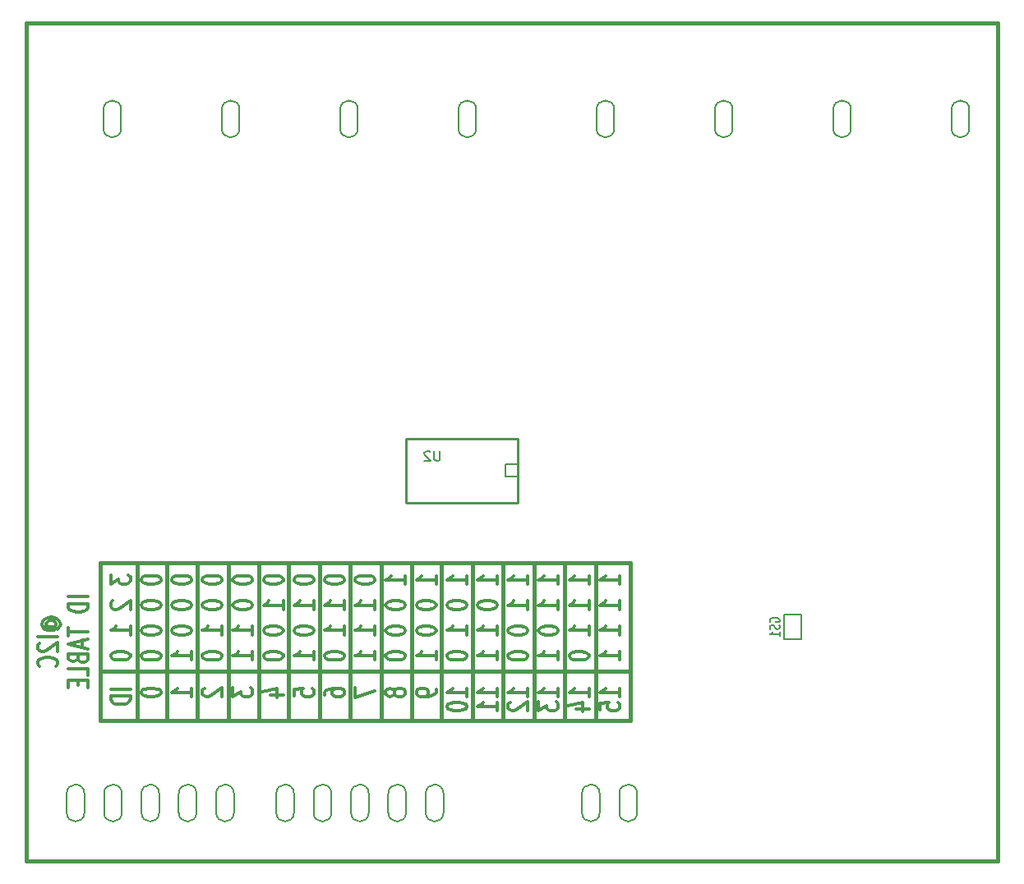
<source format=gbo>
G04 (created by PCBNEW (2013-jul-07)-stable) date ven. 28 nov. 2014 16:46:14 CET*
%MOIN*%
G04 Gerber Fmt 3.4, Leading zero omitted, Abs format*
%FSLAX34Y34*%
G01*
G70*
G90*
G04 APERTURE LIST*
%ADD10C,0.00590551*%
%ADD11C,0.015*%
%ADD12C,0.012*%
%ADD13C,0.01*%
%ADD14C,0.008*%
%ADD15C,0.005*%
G04 APERTURE END LIST*
G54D10*
G54D11*
X74500Y-54300D02*
X96000Y-54300D01*
X89600Y-56300D02*
X89600Y-49950D01*
X76000Y-49900D02*
X76000Y-56300D01*
X77200Y-56300D02*
X77200Y-49900D01*
X78450Y-49900D02*
X78450Y-56300D01*
X79700Y-56300D02*
X79700Y-49900D01*
X80950Y-49900D02*
X80950Y-56300D01*
X82150Y-49900D02*
X82200Y-49900D01*
X82150Y-56300D02*
X82150Y-49900D01*
X83400Y-49900D02*
X83400Y-56300D01*
X84650Y-49950D02*
X84650Y-49900D01*
X84650Y-56300D02*
X84650Y-49950D01*
X85900Y-56300D02*
X85900Y-49900D01*
X87150Y-49900D02*
X87200Y-49900D01*
X87150Y-56300D02*
X87150Y-49900D01*
X88350Y-56300D02*
X88400Y-56300D01*
X88350Y-49900D02*
X88350Y-56300D01*
X90850Y-49950D02*
X90850Y-56300D01*
X92100Y-49900D02*
X92150Y-49900D01*
X92100Y-56300D02*
X92100Y-49900D01*
X93350Y-56300D02*
X93400Y-56300D01*
X93350Y-49900D02*
X93350Y-56300D01*
X93300Y-49900D02*
X93400Y-49900D01*
X94600Y-56300D02*
X94600Y-49900D01*
X96000Y-56300D02*
X95900Y-56300D01*
X96000Y-49900D02*
X96000Y-56300D01*
X74500Y-49900D02*
X96000Y-49900D01*
X74500Y-56300D02*
X74500Y-49900D01*
X95900Y-56300D02*
X74500Y-56300D01*
G54D12*
X72392Y-52500D02*
X72354Y-52471D01*
X72316Y-52414D01*
X72316Y-52357D01*
X72354Y-52300D01*
X72392Y-52271D01*
X72469Y-52242D01*
X72545Y-52242D01*
X72621Y-52271D01*
X72659Y-52300D01*
X72697Y-52357D01*
X72697Y-52414D01*
X72659Y-52471D01*
X72621Y-52500D01*
X72316Y-52500D02*
X72621Y-52500D01*
X72659Y-52528D01*
X72659Y-52557D01*
X72621Y-52614D01*
X72545Y-52642D01*
X72354Y-52642D01*
X72240Y-52585D01*
X72164Y-52500D01*
X72126Y-52385D01*
X72164Y-52271D01*
X72240Y-52185D01*
X72354Y-52128D01*
X72507Y-52100D01*
X72659Y-52128D01*
X72773Y-52185D01*
X72850Y-52271D01*
X72888Y-52385D01*
X72850Y-52500D01*
X72773Y-52585D01*
X72773Y-52900D02*
X71973Y-52900D01*
X72050Y-53157D02*
X72011Y-53185D01*
X71973Y-53242D01*
X71973Y-53385D01*
X72011Y-53442D01*
X72050Y-53471D01*
X72126Y-53500D01*
X72202Y-53500D01*
X72316Y-53471D01*
X72773Y-53128D01*
X72773Y-53500D01*
X72697Y-54100D02*
X72735Y-54071D01*
X72773Y-53985D01*
X72773Y-53928D01*
X72735Y-53842D01*
X72659Y-53785D01*
X72583Y-53757D01*
X72430Y-53728D01*
X72316Y-53728D01*
X72164Y-53757D01*
X72088Y-53785D01*
X72011Y-53842D01*
X71973Y-53928D01*
X71973Y-53985D01*
X72011Y-54071D01*
X72050Y-54100D01*
X74013Y-51271D02*
X73213Y-51271D01*
X74013Y-51557D02*
X73213Y-51557D01*
X73213Y-51700D01*
X73251Y-51785D01*
X73328Y-51842D01*
X73404Y-51871D01*
X73556Y-51900D01*
X73670Y-51900D01*
X73823Y-51871D01*
X73899Y-51842D01*
X73975Y-51785D01*
X74013Y-51700D01*
X74013Y-51557D01*
X73213Y-52528D02*
X73213Y-52871D01*
X74013Y-52700D02*
X73213Y-52700D01*
X73785Y-53042D02*
X73785Y-53328D01*
X74013Y-52985D02*
X73213Y-53185D01*
X74013Y-53385D01*
X73594Y-53785D02*
X73632Y-53871D01*
X73670Y-53900D01*
X73747Y-53928D01*
X73861Y-53928D01*
X73937Y-53900D01*
X73975Y-53871D01*
X74013Y-53814D01*
X74013Y-53585D01*
X73213Y-53585D01*
X73213Y-53785D01*
X73251Y-53842D01*
X73290Y-53871D01*
X73366Y-53900D01*
X73442Y-53900D01*
X73518Y-53871D01*
X73556Y-53842D01*
X73594Y-53785D01*
X73594Y-53585D01*
X74013Y-54471D02*
X74013Y-54185D01*
X73213Y-54185D01*
X73594Y-54671D02*
X73594Y-54871D01*
X74013Y-54957D02*
X74013Y-54671D01*
X73213Y-54671D01*
X73213Y-54957D01*
X74923Y-50385D02*
X74923Y-50757D01*
X75228Y-50557D01*
X75228Y-50642D01*
X75266Y-50700D01*
X75304Y-50728D01*
X75380Y-50757D01*
X75571Y-50757D01*
X75647Y-50728D01*
X75685Y-50700D01*
X75723Y-50642D01*
X75723Y-50471D01*
X75685Y-50414D01*
X75647Y-50385D01*
X75000Y-51442D02*
X74961Y-51471D01*
X74923Y-51528D01*
X74923Y-51671D01*
X74961Y-51728D01*
X75000Y-51757D01*
X75076Y-51785D01*
X75152Y-51785D01*
X75266Y-51757D01*
X75723Y-51414D01*
X75723Y-51785D01*
X75723Y-52814D02*
X75723Y-52471D01*
X75723Y-52642D02*
X74923Y-52642D01*
X75038Y-52585D01*
X75114Y-52528D01*
X75152Y-52471D01*
X74923Y-53642D02*
X74923Y-53700D01*
X74961Y-53757D01*
X75000Y-53785D01*
X75076Y-53814D01*
X75228Y-53842D01*
X75419Y-53842D01*
X75571Y-53814D01*
X75647Y-53785D01*
X75685Y-53757D01*
X75723Y-53700D01*
X75723Y-53642D01*
X75685Y-53585D01*
X75647Y-53557D01*
X75571Y-53528D01*
X75419Y-53500D01*
X75228Y-53500D01*
X75076Y-53528D01*
X75000Y-53557D01*
X74961Y-53585D01*
X74923Y-53642D01*
X75723Y-55014D02*
X74923Y-55014D01*
X75723Y-55300D02*
X74923Y-55300D01*
X74923Y-55442D01*
X74961Y-55528D01*
X75038Y-55585D01*
X75114Y-55614D01*
X75266Y-55642D01*
X75380Y-55642D01*
X75533Y-55614D01*
X75609Y-55585D01*
X75685Y-55528D01*
X75723Y-55442D01*
X75723Y-55300D01*
X76163Y-50557D02*
X76163Y-50614D01*
X76201Y-50671D01*
X76240Y-50700D01*
X76316Y-50728D01*
X76468Y-50757D01*
X76659Y-50757D01*
X76811Y-50728D01*
X76887Y-50700D01*
X76925Y-50671D01*
X76963Y-50614D01*
X76963Y-50557D01*
X76925Y-50500D01*
X76887Y-50471D01*
X76811Y-50442D01*
X76659Y-50414D01*
X76468Y-50414D01*
X76316Y-50442D01*
X76240Y-50471D01*
X76201Y-50500D01*
X76163Y-50557D01*
X76163Y-51585D02*
X76163Y-51642D01*
X76201Y-51700D01*
X76240Y-51728D01*
X76316Y-51757D01*
X76468Y-51785D01*
X76659Y-51785D01*
X76811Y-51757D01*
X76887Y-51728D01*
X76925Y-51700D01*
X76963Y-51642D01*
X76963Y-51585D01*
X76925Y-51528D01*
X76887Y-51500D01*
X76811Y-51471D01*
X76659Y-51442D01*
X76468Y-51442D01*
X76316Y-51471D01*
X76240Y-51500D01*
X76201Y-51528D01*
X76163Y-51585D01*
X76163Y-52614D02*
X76163Y-52671D01*
X76201Y-52728D01*
X76240Y-52757D01*
X76316Y-52785D01*
X76468Y-52814D01*
X76659Y-52814D01*
X76811Y-52785D01*
X76887Y-52757D01*
X76925Y-52728D01*
X76963Y-52671D01*
X76963Y-52614D01*
X76925Y-52557D01*
X76887Y-52528D01*
X76811Y-52500D01*
X76659Y-52471D01*
X76468Y-52471D01*
X76316Y-52500D01*
X76240Y-52528D01*
X76201Y-52557D01*
X76163Y-52614D01*
X76163Y-53642D02*
X76163Y-53700D01*
X76201Y-53757D01*
X76240Y-53785D01*
X76316Y-53814D01*
X76468Y-53842D01*
X76659Y-53842D01*
X76811Y-53814D01*
X76887Y-53785D01*
X76925Y-53757D01*
X76963Y-53700D01*
X76963Y-53642D01*
X76925Y-53585D01*
X76887Y-53557D01*
X76811Y-53528D01*
X76659Y-53500D01*
X76468Y-53500D01*
X76316Y-53528D01*
X76240Y-53557D01*
X76201Y-53585D01*
X76163Y-53642D01*
X76163Y-55128D02*
X76163Y-55185D01*
X76201Y-55242D01*
X76240Y-55271D01*
X76316Y-55300D01*
X76468Y-55328D01*
X76659Y-55328D01*
X76811Y-55300D01*
X76887Y-55271D01*
X76925Y-55242D01*
X76963Y-55185D01*
X76963Y-55128D01*
X76925Y-55071D01*
X76887Y-55042D01*
X76811Y-55014D01*
X76659Y-54985D01*
X76468Y-54985D01*
X76316Y-55014D01*
X76240Y-55042D01*
X76201Y-55071D01*
X76163Y-55128D01*
X77403Y-50557D02*
X77403Y-50614D01*
X77441Y-50671D01*
X77480Y-50700D01*
X77556Y-50728D01*
X77708Y-50757D01*
X77899Y-50757D01*
X78051Y-50728D01*
X78127Y-50700D01*
X78165Y-50671D01*
X78203Y-50614D01*
X78203Y-50557D01*
X78165Y-50500D01*
X78127Y-50471D01*
X78051Y-50442D01*
X77899Y-50414D01*
X77708Y-50414D01*
X77556Y-50442D01*
X77480Y-50471D01*
X77441Y-50500D01*
X77403Y-50557D01*
X77403Y-51585D02*
X77403Y-51642D01*
X77441Y-51700D01*
X77480Y-51728D01*
X77556Y-51757D01*
X77708Y-51785D01*
X77899Y-51785D01*
X78051Y-51757D01*
X78127Y-51728D01*
X78165Y-51700D01*
X78203Y-51642D01*
X78203Y-51585D01*
X78165Y-51528D01*
X78127Y-51500D01*
X78051Y-51471D01*
X77899Y-51442D01*
X77708Y-51442D01*
X77556Y-51471D01*
X77480Y-51500D01*
X77441Y-51528D01*
X77403Y-51585D01*
X77403Y-52614D02*
X77403Y-52671D01*
X77441Y-52728D01*
X77480Y-52757D01*
X77556Y-52785D01*
X77708Y-52814D01*
X77899Y-52814D01*
X78051Y-52785D01*
X78127Y-52757D01*
X78165Y-52728D01*
X78203Y-52671D01*
X78203Y-52614D01*
X78165Y-52557D01*
X78127Y-52528D01*
X78051Y-52500D01*
X77899Y-52471D01*
X77708Y-52471D01*
X77556Y-52500D01*
X77480Y-52528D01*
X77441Y-52557D01*
X77403Y-52614D01*
X78203Y-53842D02*
X78203Y-53500D01*
X78203Y-53671D02*
X77403Y-53671D01*
X77518Y-53614D01*
X77594Y-53557D01*
X77632Y-53500D01*
X78203Y-55328D02*
X78203Y-54985D01*
X78203Y-55157D02*
X77403Y-55157D01*
X77518Y-55100D01*
X77594Y-55042D01*
X77632Y-54985D01*
X78643Y-50557D02*
X78643Y-50614D01*
X78681Y-50671D01*
X78720Y-50700D01*
X78796Y-50728D01*
X78948Y-50757D01*
X79139Y-50757D01*
X79291Y-50728D01*
X79367Y-50700D01*
X79405Y-50671D01*
X79443Y-50614D01*
X79443Y-50557D01*
X79405Y-50500D01*
X79367Y-50471D01*
X79291Y-50442D01*
X79139Y-50414D01*
X78948Y-50414D01*
X78796Y-50442D01*
X78720Y-50471D01*
X78681Y-50500D01*
X78643Y-50557D01*
X78643Y-51585D02*
X78643Y-51642D01*
X78681Y-51700D01*
X78720Y-51728D01*
X78796Y-51757D01*
X78948Y-51785D01*
X79139Y-51785D01*
X79291Y-51757D01*
X79367Y-51728D01*
X79405Y-51700D01*
X79443Y-51642D01*
X79443Y-51585D01*
X79405Y-51528D01*
X79367Y-51500D01*
X79291Y-51471D01*
X79139Y-51442D01*
X78948Y-51442D01*
X78796Y-51471D01*
X78720Y-51500D01*
X78681Y-51528D01*
X78643Y-51585D01*
X79443Y-52814D02*
X79443Y-52471D01*
X79443Y-52642D02*
X78643Y-52642D01*
X78758Y-52585D01*
X78834Y-52528D01*
X78872Y-52471D01*
X78643Y-53642D02*
X78643Y-53700D01*
X78681Y-53757D01*
X78720Y-53785D01*
X78796Y-53814D01*
X78948Y-53842D01*
X79139Y-53842D01*
X79291Y-53814D01*
X79367Y-53785D01*
X79405Y-53757D01*
X79443Y-53700D01*
X79443Y-53642D01*
X79405Y-53585D01*
X79367Y-53557D01*
X79291Y-53528D01*
X79139Y-53500D01*
X78948Y-53500D01*
X78796Y-53528D01*
X78720Y-53557D01*
X78681Y-53585D01*
X78643Y-53642D01*
X78720Y-54985D02*
X78681Y-55014D01*
X78643Y-55071D01*
X78643Y-55214D01*
X78681Y-55271D01*
X78720Y-55300D01*
X78796Y-55328D01*
X78872Y-55328D01*
X78986Y-55300D01*
X79443Y-54957D01*
X79443Y-55328D01*
X79883Y-50557D02*
X79883Y-50614D01*
X79921Y-50671D01*
X79960Y-50700D01*
X80036Y-50728D01*
X80188Y-50757D01*
X80379Y-50757D01*
X80531Y-50728D01*
X80607Y-50700D01*
X80645Y-50671D01*
X80683Y-50614D01*
X80683Y-50557D01*
X80645Y-50500D01*
X80607Y-50471D01*
X80531Y-50442D01*
X80379Y-50414D01*
X80188Y-50414D01*
X80036Y-50442D01*
X79960Y-50471D01*
X79921Y-50500D01*
X79883Y-50557D01*
X79883Y-51585D02*
X79883Y-51642D01*
X79921Y-51700D01*
X79960Y-51728D01*
X80036Y-51757D01*
X80188Y-51785D01*
X80379Y-51785D01*
X80531Y-51757D01*
X80607Y-51728D01*
X80645Y-51700D01*
X80683Y-51642D01*
X80683Y-51585D01*
X80645Y-51528D01*
X80607Y-51500D01*
X80531Y-51471D01*
X80379Y-51442D01*
X80188Y-51442D01*
X80036Y-51471D01*
X79960Y-51500D01*
X79921Y-51528D01*
X79883Y-51585D01*
X80683Y-52814D02*
X80683Y-52471D01*
X80683Y-52642D02*
X79883Y-52642D01*
X79998Y-52585D01*
X80074Y-52528D01*
X80112Y-52471D01*
X80683Y-53842D02*
X80683Y-53500D01*
X80683Y-53671D02*
X79883Y-53671D01*
X79998Y-53614D01*
X80074Y-53557D01*
X80112Y-53500D01*
X79883Y-54957D02*
X79883Y-55328D01*
X80188Y-55128D01*
X80188Y-55214D01*
X80226Y-55271D01*
X80264Y-55300D01*
X80340Y-55328D01*
X80531Y-55328D01*
X80607Y-55300D01*
X80645Y-55271D01*
X80683Y-55214D01*
X80683Y-55042D01*
X80645Y-54985D01*
X80607Y-54957D01*
X81123Y-50557D02*
X81123Y-50614D01*
X81161Y-50671D01*
X81200Y-50700D01*
X81276Y-50728D01*
X81428Y-50757D01*
X81619Y-50757D01*
X81771Y-50728D01*
X81847Y-50700D01*
X81885Y-50671D01*
X81923Y-50614D01*
X81923Y-50557D01*
X81885Y-50500D01*
X81847Y-50471D01*
X81771Y-50442D01*
X81619Y-50414D01*
X81428Y-50414D01*
X81276Y-50442D01*
X81200Y-50471D01*
X81161Y-50500D01*
X81123Y-50557D01*
X81923Y-51785D02*
X81923Y-51442D01*
X81923Y-51614D02*
X81123Y-51614D01*
X81238Y-51557D01*
X81314Y-51500D01*
X81352Y-51442D01*
X81123Y-52614D02*
X81123Y-52671D01*
X81161Y-52728D01*
X81200Y-52757D01*
X81276Y-52785D01*
X81428Y-52814D01*
X81619Y-52814D01*
X81771Y-52785D01*
X81847Y-52757D01*
X81885Y-52728D01*
X81923Y-52671D01*
X81923Y-52614D01*
X81885Y-52557D01*
X81847Y-52528D01*
X81771Y-52500D01*
X81619Y-52471D01*
X81428Y-52471D01*
X81276Y-52500D01*
X81200Y-52528D01*
X81161Y-52557D01*
X81123Y-52614D01*
X81123Y-53642D02*
X81123Y-53700D01*
X81161Y-53757D01*
X81200Y-53785D01*
X81276Y-53814D01*
X81428Y-53842D01*
X81619Y-53842D01*
X81771Y-53814D01*
X81847Y-53785D01*
X81885Y-53757D01*
X81923Y-53700D01*
X81923Y-53642D01*
X81885Y-53585D01*
X81847Y-53557D01*
X81771Y-53528D01*
X81619Y-53500D01*
X81428Y-53500D01*
X81276Y-53528D01*
X81200Y-53557D01*
X81161Y-53585D01*
X81123Y-53642D01*
X81390Y-55271D02*
X81923Y-55271D01*
X81085Y-55128D02*
X81657Y-54985D01*
X81657Y-55357D01*
X82363Y-50557D02*
X82363Y-50614D01*
X82401Y-50671D01*
X82440Y-50700D01*
X82516Y-50728D01*
X82668Y-50757D01*
X82859Y-50757D01*
X83011Y-50728D01*
X83087Y-50700D01*
X83125Y-50671D01*
X83163Y-50614D01*
X83163Y-50557D01*
X83125Y-50500D01*
X83087Y-50471D01*
X83011Y-50442D01*
X82859Y-50414D01*
X82668Y-50414D01*
X82516Y-50442D01*
X82440Y-50471D01*
X82401Y-50500D01*
X82363Y-50557D01*
X83163Y-51785D02*
X83163Y-51442D01*
X83163Y-51614D02*
X82363Y-51614D01*
X82478Y-51557D01*
X82554Y-51500D01*
X82592Y-51442D01*
X82363Y-52614D02*
X82363Y-52671D01*
X82401Y-52728D01*
X82440Y-52757D01*
X82516Y-52785D01*
X82668Y-52814D01*
X82859Y-52814D01*
X83011Y-52785D01*
X83087Y-52757D01*
X83125Y-52728D01*
X83163Y-52671D01*
X83163Y-52614D01*
X83125Y-52557D01*
X83087Y-52528D01*
X83011Y-52500D01*
X82859Y-52471D01*
X82668Y-52471D01*
X82516Y-52500D01*
X82440Y-52528D01*
X82401Y-52557D01*
X82363Y-52614D01*
X83163Y-53842D02*
X83163Y-53500D01*
X83163Y-53671D02*
X82363Y-53671D01*
X82478Y-53614D01*
X82554Y-53557D01*
X82592Y-53500D01*
X82363Y-55300D02*
X82363Y-55014D01*
X82744Y-54985D01*
X82706Y-55014D01*
X82668Y-55071D01*
X82668Y-55214D01*
X82706Y-55271D01*
X82744Y-55300D01*
X82820Y-55328D01*
X83011Y-55328D01*
X83087Y-55300D01*
X83125Y-55271D01*
X83163Y-55214D01*
X83163Y-55071D01*
X83125Y-55014D01*
X83087Y-54985D01*
X83603Y-50557D02*
X83603Y-50614D01*
X83641Y-50671D01*
X83680Y-50700D01*
X83756Y-50728D01*
X83908Y-50757D01*
X84099Y-50757D01*
X84251Y-50728D01*
X84327Y-50700D01*
X84365Y-50671D01*
X84403Y-50614D01*
X84403Y-50557D01*
X84365Y-50500D01*
X84327Y-50471D01*
X84251Y-50442D01*
X84099Y-50414D01*
X83908Y-50414D01*
X83756Y-50442D01*
X83680Y-50471D01*
X83641Y-50500D01*
X83603Y-50557D01*
X84403Y-51785D02*
X84403Y-51442D01*
X84403Y-51614D02*
X83603Y-51614D01*
X83718Y-51557D01*
X83794Y-51500D01*
X83832Y-51442D01*
X84403Y-52814D02*
X84403Y-52471D01*
X84403Y-52642D02*
X83603Y-52642D01*
X83718Y-52585D01*
X83794Y-52528D01*
X83832Y-52471D01*
X83603Y-53642D02*
X83603Y-53700D01*
X83641Y-53757D01*
X83680Y-53785D01*
X83756Y-53814D01*
X83908Y-53842D01*
X84099Y-53842D01*
X84251Y-53814D01*
X84327Y-53785D01*
X84365Y-53757D01*
X84403Y-53700D01*
X84403Y-53642D01*
X84365Y-53585D01*
X84327Y-53557D01*
X84251Y-53528D01*
X84099Y-53500D01*
X83908Y-53500D01*
X83756Y-53528D01*
X83680Y-53557D01*
X83641Y-53585D01*
X83603Y-53642D01*
X83603Y-55271D02*
X83603Y-55157D01*
X83641Y-55100D01*
X83680Y-55071D01*
X83794Y-55014D01*
X83946Y-54985D01*
X84251Y-54985D01*
X84327Y-55014D01*
X84365Y-55042D01*
X84403Y-55100D01*
X84403Y-55214D01*
X84365Y-55271D01*
X84327Y-55300D01*
X84251Y-55328D01*
X84060Y-55328D01*
X83984Y-55300D01*
X83946Y-55271D01*
X83908Y-55214D01*
X83908Y-55100D01*
X83946Y-55042D01*
X83984Y-55014D01*
X84060Y-54985D01*
X84843Y-50557D02*
X84843Y-50614D01*
X84881Y-50671D01*
X84920Y-50700D01*
X84996Y-50728D01*
X85148Y-50757D01*
X85339Y-50757D01*
X85491Y-50728D01*
X85567Y-50700D01*
X85605Y-50671D01*
X85643Y-50614D01*
X85643Y-50557D01*
X85605Y-50500D01*
X85567Y-50471D01*
X85491Y-50442D01*
X85339Y-50414D01*
X85148Y-50414D01*
X84996Y-50442D01*
X84920Y-50471D01*
X84881Y-50500D01*
X84843Y-50557D01*
X85643Y-51785D02*
X85643Y-51442D01*
X85643Y-51614D02*
X84843Y-51614D01*
X84958Y-51557D01*
X85034Y-51500D01*
X85072Y-51442D01*
X85643Y-52814D02*
X85643Y-52471D01*
X85643Y-52642D02*
X84843Y-52642D01*
X84958Y-52585D01*
X85034Y-52528D01*
X85072Y-52471D01*
X85643Y-53842D02*
X85643Y-53500D01*
X85643Y-53671D02*
X84843Y-53671D01*
X84958Y-53614D01*
X85034Y-53557D01*
X85072Y-53500D01*
X84843Y-54957D02*
X84843Y-55357D01*
X85643Y-55100D01*
X86883Y-50757D02*
X86883Y-50414D01*
X86883Y-50585D02*
X86083Y-50585D01*
X86198Y-50528D01*
X86274Y-50471D01*
X86312Y-50414D01*
X86083Y-51585D02*
X86083Y-51642D01*
X86121Y-51700D01*
X86160Y-51728D01*
X86236Y-51757D01*
X86388Y-51785D01*
X86579Y-51785D01*
X86731Y-51757D01*
X86807Y-51728D01*
X86845Y-51700D01*
X86883Y-51642D01*
X86883Y-51585D01*
X86845Y-51528D01*
X86807Y-51500D01*
X86731Y-51471D01*
X86579Y-51442D01*
X86388Y-51442D01*
X86236Y-51471D01*
X86160Y-51500D01*
X86121Y-51528D01*
X86083Y-51585D01*
X86083Y-52614D02*
X86083Y-52671D01*
X86121Y-52728D01*
X86160Y-52757D01*
X86236Y-52785D01*
X86388Y-52814D01*
X86579Y-52814D01*
X86731Y-52785D01*
X86807Y-52757D01*
X86845Y-52728D01*
X86883Y-52671D01*
X86883Y-52614D01*
X86845Y-52557D01*
X86807Y-52528D01*
X86731Y-52500D01*
X86579Y-52471D01*
X86388Y-52471D01*
X86236Y-52500D01*
X86160Y-52528D01*
X86121Y-52557D01*
X86083Y-52614D01*
X86083Y-53642D02*
X86083Y-53700D01*
X86121Y-53757D01*
X86160Y-53785D01*
X86236Y-53814D01*
X86388Y-53842D01*
X86579Y-53842D01*
X86731Y-53814D01*
X86807Y-53785D01*
X86845Y-53757D01*
X86883Y-53700D01*
X86883Y-53642D01*
X86845Y-53585D01*
X86807Y-53557D01*
X86731Y-53528D01*
X86579Y-53500D01*
X86388Y-53500D01*
X86236Y-53528D01*
X86160Y-53557D01*
X86121Y-53585D01*
X86083Y-53642D01*
X86426Y-55100D02*
X86388Y-55042D01*
X86350Y-55014D01*
X86274Y-54985D01*
X86236Y-54985D01*
X86160Y-55014D01*
X86121Y-55042D01*
X86083Y-55100D01*
X86083Y-55214D01*
X86121Y-55271D01*
X86160Y-55300D01*
X86236Y-55328D01*
X86274Y-55328D01*
X86350Y-55300D01*
X86388Y-55271D01*
X86426Y-55214D01*
X86426Y-55100D01*
X86464Y-55042D01*
X86502Y-55014D01*
X86579Y-54985D01*
X86731Y-54985D01*
X86807Y-55014D01*
X86845Y-55042D01*
X86883Y-55100D01*
X86883Y-55214D01*
X86845Y-55271D01*
X86807Y-55300D01*
X86731Y-55328D01*
X86579Y-55328D01*
X86502Y-55300D01*
X86464Y-55271D01*
X86426Y-55214D01*
X88123Y-50757D02*
X88123Y-50414D01*
X88123Y-50585D02*
X87323Y-50585D01*
X87438Y-50528D01*
X87514Y-50471D01*
X87552Y-50414D01*
X87323Y-51585D02*
X87323Y-51642D01*
X87361Y-51700D01*
X87400Y-51728D01*
X87476Y-51757D01*
X87628Y-51785D01*
X87819Y-51785D01*
X87971Y-51757D01*
X88047Y-51728D01*
X88085Y-51700D01*
X88123Y-51642D01*
X88123Y-51585D01*
X88085Y-51528D01*
X88047Y-51500D01*
X87971Y-51471D01*
X87819Y-51442D01*
X87628Y-51442D01*
X87476Y-51471D01*
X87400Y-51500D01*
X87361Y-51528D01*
X87323Y-51585D01*
X87323Y-52614D02*
X87323Y-52671D01*
X87361Y-52728D01*
X87400Y-52757D01*
X87476Y-52785D01*
X87628Y-52814D01*
X87819Y-52814D01*
X87971Y-52785D01*
X88047Y-52757D01*
X88085Y-52728D01*
X88123Y-52671D01*
X88123Y-52614D01*
X88085Y-52557D01*
X88047Y-52528D01*
X87971Y-52500D01*
X87819Y-52471D01*
X87628Y-52471D01*
X87476Y-52500D01*
X87400Y-52528D01*
X87361Y-52557D01*
X87323Y-52614D01*
X88123Y-53842D02*
X88123Y-53500D01*
X88123Y-53671D02*
X87323Y-53671D01*
X87438Y-53614D01*
X87514Y-53557D01*
X87552Y-53500D01*
X88123Y-55042D02*
X88123Y-55157D01*
X88085Y-55214D01*
X88047Y-55242D01*
X87933Y-55300D01*
X87780Y-55328D01*
X87476Y-55328D01*
X87400Y-55300D01*
X87361Y-55271D01*
X87323Y-55214D01*
X87323Y-55100D01*
X87361Y-55042D01*
X87400Y-55014D01*
X87476Y-54985D01*
X87666Y-54985D01*
X87742Y-55014D01*
X87780Y-55042D01*
X87819Y-55100D01*
X87819Y-55214D01*
X87780Y-55271D01*
X87742Y-55300D01*
X87666Y-55328D01*
X89363Y-50757D02*
X89363Y-50414D01*
X89363Y-50585D02*
X88563Y-50585D01*
X88678Y-50528D01*
X88754Y-50471D01*
X88792Y-50414D01*
X88563Y-51585D02*
X88563Y-51642D01*
X88601Y-51700D01*
X88640Y-51728D01*
X88716Y-51757D01*
X88868Y-51785D01*
X89059Y-51785D01*
X89211Y-51757D01*
X89287Y-51728D01*
X89325Y-51700D01*
X89363Y-51642D01*
X89363Y-51585D01*
X89325Y-51528D01*
X89287Y-51500D01*
X89211Y-51471D01*
X89059Y-51442D01*
X88868Y-51442D01*
X88716Y-51471D01*
X88640Y-51500D01*
X88601Y-51528D01*
X88563Y-51585D01*
X89363Y-52814D02*
X89363Y-52471D01*
X89363Y-52642D02*
X88563Y-52642D01*
X88678Y-52585D01*
X88754Y-52528D01*
X88792Y-52471D01*
X88563Y-53642D02*
X88563Y-53700D01*
X88601Y-53757D01*
X88640Y-53785D01*
X88716Y-53814D01*
X88868Y-53842D01*
X89059Y-53842D01*
X89211Y-53814D01*
X89287Y-53785D01*
X89325Y-53757D01*
X89363Y-53700D01*
X89363Y-53642D01*
X89325Y-53585D01*
X89287Y-53557D01*
X89211Y-53528D01*
X89059Y-53500D01*
X88868Y-53500D01*
X88716Y-53528D01*
X88640Y-53557D01*
X88601Y-53585D01*
X88563Y-53642D01*
X89363Y-55328D02*
X89363Y-54985D01*
X89363Y-55157D02*
X88563Y-55157D01*
X88678Y-55100D01*
X88754Y-55042D01*
X88792Y-54985D01*
X88563Y-55700D02*
X88563Y-55757D01*
X88601Y-55814D01*
X88640Y-55842D01*
X88716Y-55871D01*
X88868Y-55900D01*
X89059Y-55900D01*
X89211Y-55871D01*
X89287Y-55842D01*
X89325Y-55814D01*
X89363Y-55757D01*
X89363Y-55700D01*
X89325Y-55642D01*
X89287Y-55614D01*
X89211Y-55585D01*
X89059Y-55557D01*
X88868Y-55557D01*
X88716Y-55585D01*
X88640Y-55614D01*
X88601Y-55642D01*
X88563Y-55700D01*
X90603Y-50757D02*
X90603Y-50414D01*
X90603Y-50585D02*
X89803Y-50585D01*
X89918Y-50528D01*
X89994Y-50471D01*
X90032Y-50414D01*
X89803Y-51585D02*
X89803Y-51642D01*
X89841Y-51700D01*
X89880Y-51728D01*
X89956Y-51757D01*
X90108Y-51785D01*
X90299Y-51785D01*
X90451Y-51757D01*
X90527Y-51728D01*
X90565Y-51700D01*
X90603Y-51642D01*
X90603Y-51585D01*
X90565Y-51528D01*
X90527Y-51500D01*
X90451Y-51471D01*
X90299Y-51442D01*
X90108Y-51442D01*
X89956Y-51471D01*
X89880Y-51500D01*
X89841Y-51528D01*
X89803Y-51585D01*
X90603Y-52814D02*
X90603Y-52471D01*
X90603Y-52642D02*
X89803Y-52642D01*
X89918Y-52585D01*
X89994Y-52528D01*
X90032Y-52471D01*
X90603Y-53842D02*
X90603Y-53500D01*
X90603Y-53671D02*
X89803Y-53671D01*
X89918Y-53614D01*
X89994Y-53557D01*
X90032Y-53500D01*
X90603Y-55328D02*
X90603Y-54985D01*
X90603Y-55157D02*
X89803Y-55157D01*
X89918Y-55100D01*
X89994Y-55042D01*
X90032Y-54985D01*
X90603Y-55900D02*
X90603Y-55557D01*
X90603Y-55728D02*
X89803Y-55728D01*
X89918Y-55671D01*
X89994Y-55614D01*
X90032Y-55557D01*
X91843Y-50757D02*
X91843Y-50414D01*
X91843Y-50585D02*
X91043Y-50585D01*
X91158Y-50528D01*
X91234Y-50471D01*
X91272Y-50414D01*
X91843Y-51785D02*
X91843Y-51442D01*
X91843Y-51614D02*
X91043Y-51614D01*
X91158Y-51557D01*
X91234Y-51500D01*
X91272Y-51442D01*
X91043Y-52614D02*
X91043Y-52671D01*
X91081Y-52728D01*
X91120Y-52757D01*
X91196Y-52785D01*
X91348Y-52814D01*
X91539Y-52814D01*
X91691Y-52785D01*
X91767Y-52757D01*
X91805Y-52728D01*
X91843Y-52671D01*
X91843Y-52614D01*
X91805Y-52557D01*
X91767Y-52528D01*
X91691Y-52500D01*
X91539Y-52471D01*
X91348Y-52471D01*
X91196Y-52500D01*
X91120Y-52528D01*
X91081Y-52557D01*
X91043Y-52614D01*
X91043Y-53642D02*
X91043Y-53700D01*
X91081Y-53757D01*
X91120Y-53785D01*
X91196Y-53814D01*
X91348Y-53842D01*
X91539Y-53842D01*
X91691Y-53814D01*
X91767Y-53785D01*
X91805Y-53757D01*
X91843Y-53700D01*
X91843Y-53642D01*
X91805Y-53585D01*
X91767Y-53557D01*
X91691Y-53528D01*
X91539Y-53500D01*
X91348Y-53500D01*
X91196Y-53528D01*
X91120Y-53557D01*
X91081Y-53585D01*
X91043Y-53642D01*
X91843Y-55328D02*
X91843Y-54985D01*
X91843Y-55157D02*
X91043Y-55157D01*
X91158Y-55100D01*
X91234Y-55042D01*
X91272Y-54985D01*
X91120Y-55557D02*
X91081Y-55585D01*
X91043Y-55642D01*
X91043Y-55785D01*
X91081Y-55842D01*
X91120Y-55871D01*
X91196Y-55900D01*
X91272Y-55900D01*
X91386Y-55871D01*
X91843Y-55528D01*
X91843Y-55900D01*
X93083Y-50757D02*
X93083Y-50414D01*
X93083Y-50585D02*
X92283Y-50585D01*
X92398Y-50528D01*
X92474Y-50471D01*
X92512Y-50414D01*
X93083Y-51785D02*
X93083Y-51442D01*
X93083Y-51614D02*
X92283Y-51614D01*
X92398Y-51557D01*
X92474Y-51500D01*
X92512Y-51442D01*
X92283Y-52614D02*
X92283Y-52671D01*
X92321Y-52728D01*
X92360Y-52757D01*
X92436Y-52785D01*
X92588Y-52814D01*
X92779Y-52814D01*
X92931Y-52785D01*
X93007Y-52757D01*
X93045Y-52728D01*
X93083Y-52671D01*
X93083Y-52614D01*
X93045Y-52557D01*
X93007Y-52528D01*
X92931Y-52500D01*
X92779Y-52471D01*
X92588Y-52471D01*
X92436Y-52500D01*
X92360Y-52528D01*
X92321Y-52557D01*
X92283Y-52614D01*
X93083Y-53842D02*
X93083Y-53500D01*
X93083Y-53671D02*
X92283Y-53671D01*
X92398Y-53614D01*
X92474Y-53557D01*
X92512Y-53500D01*
X93083Y-55328D02*
X93083Y-54985D01*
X93083Y-55157D02*
X92283Y-55157D01*
X92398Y-55100D01*
X92474Y-55042D01*
X92512Y-54985D01*
X92283Y-55528D02*
X92283Y-55900D01*
X92588Y-55700D01*
X92588Y-55785D01*
X92626Y-55842D01*
X92664Y-55871D01*
X92740Y-55900D01*
X92931Y-55900D01*
X93007Y-55871D01*
X93045Y-55842D01*
X93083Y-55785D01*
X93083Y-55614D01*
X93045Y-55557D01*
X93007Y-55528D01*
X94323Y-50757D02*
X94323Y-50414D01*
X94323Y-50585D02*
X93523Y-50585D01*
X93638Y-50528D01*
X93714Y-50471D01*
X93752Y-50414D01*
X94323Y-51785D02*
X94323Y-51442D01*
X94323Y-51614D02*
X93523Y-51614D01*
X93638Y-51557D01*
X93714Y-51500D01*
X93752Y-51442D01*
X94323Y-52814D02*
X94323Y-52471D01*
X94323Y-52642D02*
X93523Y-52642D01*
X93638Y-52585D01*
X93714Y-52528D01*
X93752Y-52471D01*
X93523Y-53642D02*
X93523Y-53700D01*
X93561Y-53757D01*
X93600Y-53785D01*
X93676Y-53814D01*
X93828Y-53842D01*
X94019Y-53842D01*
X94171Y-53814D01*
X94247Y-53785D01*
X94285Y-53757D01*
X94323Y-53700D01*
X94323Y-53642D01*
X94285Y-53585D01*
X94247Y-53557D01*
X94171Y-53528D01*
X94019Y-53500D01*
X93828Y-53500D01*
X93676Y-53528D01*
X93600Y-53557D01*
X93561Y-53585D01*
X93523Y-53642D01*
X94323Y-55328D02*
X94323Y-54985D01*
X94323Y-55157D02*
X93523Y-55157D01*
X93638Y-55100D01*
X93714Y-55042D01*
X93752Y-54985D01*
X93790Y-55842D02*
X94323Y-55842D01*
X93485Y-55700D02*
X94057Y-55557D01*
X94057Y-55928D01*
X95563Y-50757D02*
X95563Y-50414D01*
X95563Y-50585D02*
X94763Y-50585D01*
X94878Y-50528D01*
X94954Y-50471D01*
X94992Y-50414D01*
X95563Y-51785D02*
X95563Y-51442D01*
X95563Y-51614D02*
X94763Y-51614D01*
X94878Y-51557D01*
X94954Y-51500D01*
X94992Y-51442D01*
X95563Y-52814D02*
X95563Y-52471D01*
X95563Y-52642D02*
X94763Y-52642D01*
X94878Y-52585D01*
X94954Y-52528D01*
X94992Y-52471D01*
X95563Y-53842D02*
X95563Y-53500D01*
X95563Y-53671D02*
X94763Y-53671D01*
X94878Y-53614D01*
X94954Y-53557D01*
X94992Y-53500D01*
X95563Y-55328D02*
X95563Y-54985D01*
X95563Y-55157D02*
X94763Y-55157D01*
X94878Y-55100D01*
X94954Y-55042D01*
X94992Y-54985D01*
X94763Y-55871D02*
X94763Y-55585D01*
X95144Y-55557D01*
X95106Y-55585D01*
X95068Y-55642D01*
X95068Y-55785D01*
X95106Y-55842D01*
X95144Y-55871D01*
X95220Y-55900D01*
X95411Y-55900D01*
X95487Y-55871D01*
X95525Y-55842D01*
X95563Y-55785D01*
X95563Y-55642D01*
X95525Y-55585D01*
X95487Y-55557D01*
G54D11*
X71500Y-62000D02*
X110900Y-62000D01*
X71500Y-28000D02*
X110900Y-28000D01*
X110900Y-28000D02*
X110800Y-28000D01*
X110900Y-62000D02*
X110900Y-28000D01*
X71500Y-62000D02*
X71500Y-28000D01*
G54D13*
X91450Y-44850D02*
X91450Y-45100D01*
X91450Y-47250D02*
X91450Y-47450D01*
X91450Y-47450D02*
X86900Y-47450D01*
X86900Y-47450D02*
X86900Y-47250D01*
X91450Y-44850D02*
X86900Y-44850D01*
X86900Y-44850D02*
X86900Y-45100D01*
X86900Y-45050D02*
X86900Y-47250D01*
X91450Y-45050D02*
X91450Y-47250D01*
G54D14*
X91450Y-45900D02*
X90950Y-45900D01*
X90950Y-45900D02*
X90950Y-46400D01*
X90950Y-46400D02*
X91450Y-46400D01*
G54D15*
X102950Y-52000D02*
X102950Y-53000D01*
X102250Y-53000D02*
X102250Y-52000D01*
X102250Y-53000D02*
X102950Y-53000D01*
X102950Y-52000D02*
X102250Y-52000D01*
G54D10*
X81639Y-59255D02*
X81639Y-60035D01*
X82360Y-59255D02*
X82360Y-60035D01*
X81639Y-60035D02*
G75*
G03X82360Y-60035I360J0D01*
G74*
G01*
X82360Y-59255D02*
G75*
G03X81639Y-59255I-360J0D01*
G74*
G01*
X83155Y-59255D02*
X83155Y-60035D01*
X83876Y-59255D02*
X83876Y-60035D01*
X83155Y-60035D02*
G75*
G03X83876Y-60035I360J0D01*
G74*
G01*
X83876Y-59255D02*
G75*
G03X83155Y-59255I-360J0D01*
G74*
G01*
X84671Y-59255D02*
X84671Y-60035D01*
X85391Y-59255D02*
X85391Y-60035D01*
X84671Y-60035D02*
G75*
G03X85391Y-60035I360J0D01*
G74*
G01*
X85391Y-59255D02*
G75*
G03X84671Y-59255I-360J0D01*
G74*
G01*
X86186Y-59255D02*
X86186Y-60035D01*
X86907Y-59255D02*
X86907Y-60035D01*
X86186Y-60035D02*
G75*
G03X86907Y-60035I360J0D01*
G74*
G01*
X86907Y-59255D02*
G75*
G03X86186Y-59255I-360J0D01*
G74*
G01*
X87702Y-59255D02*
X87702Y-60035D01*
X88423Y-59255D02*
X88423Y-60035D01*
X87702Y-60035D02*
G75*
G03X88423Y-60035I360J0D01*
G74*
G01*
X88423Y-59255D02*
G75*
G03X87702Y-59255I-360J0D01*
G74*
G01*
X73139Y-59255D02*
X73139Y-60035D01*
X73860Y-59255D02*
X73860Y-60035D01*
X73139Y-60035D02*
G75*
G03X73860Y-60035I360J0D01*
G74*
G01*
X73860Y-59255D02*
G75*
G03X73139Y-59255I-360J0D01*
G74*
G01*
X74655Y-59255D02*
X74655Y-60035D01*
X75376Y-59255D02*
X75376Y-60035D01*
X74655Y-60035D02*
G75*
G03X75376Y-60035I360J0D01*
G74*
G01*
X75376Y-59255D02*
G75*
G03X74655Y-59255I-360J0D01*
G74*
G01*
X76171Y-59255D02*
X76171Y-60035D01*
X76891Y-59255D02*
X76891Y-60035D01*
X76171Y-60035D02*
G75*
G03X76891Y-60035I360J0D01*
G74*
G01*
X76891Y-59255D02*
G75*
G03X76171Y-59255I-360J0D01*
G74*
G01*
X77686Y-59255D02*
X77686Y-60035D01*
X78407Y-59255D02*
X78407Y-60035D01*
X77686Y-60035D02*
G75*
G03X78407Y-60035I360J0D01*
G74*
G01*
X78407Y-59255D02*
G75*
G03X77686Y-59255I-360J0D01*
G74*
G01*
X79202Y-59255D02*
X79202Y-60035D01*
X79923Y-59255D02*
X79923Y-60035D01*
X79202Y-60035D02*
G75*
G03X79923Y-60035I360J0D01*
G74*
G01*
X79923Y-59255D02*
G75*
G03X79202Y-59255I-360J0D01*
G74*
G01*
X94039Y-59255D02*
X94039Y-60035D01*
X94760Y-59255D02*
X94760Y-60035D01*
X94039Y-60035D02*
G75*
G03X94760Y-60035I360J0D01*
G74*
G01*
X94760Y-59255D02*
G75*
G03X94039Y-59255I-360J0D01*
G74*
G01*
X95555Y-59255D02*
X95555Y-60035D01*
X96276Y-59255D02*
X96276Y-60035D01*
X95555Y-60035D02*
G75*
G03X96276Y-60035I360J0D01*
G74*
G01*
X96276Y-59255D02*
G75*
G03X95555Y-59255I-360J0D01*
G74*
G01*
X75350Y-32279D02*
X75350Y-31499D01*
X74629Y-32279D02*
X74629Y-31499D01*
X75350Y-31499D02*
G75*
G03X74629Y-31499I-360J0D01*
G74*
G01*
X74629Y-32279D02*
G75*
G03X75350Y-32279I360J0D01*
G74*
G01*
X80150Y-32279D02*
X80150Y-31499D01*
X79429Y-32279D02*
X79429Y-31499D01*
X80150Y-31499D02*
G75*
G03X79429Y-31499I-360J0D01*
G74*
G01*
X79429Y-32279D02*
G75*
G03X80150Y-32279I360J0D01*
G74*
G01*
X84950Y-32279D02*
X84950Y-31499D01*
X84229Y-32279D02*
X84229Y-31499D01*
X84950Y-31499D02*
G75*
G03X84229Y-31499I-360J0D01*
G74*
G01*
X84229Y-32279D02*
G75*
G03X84950Y-32279I360J0D01*
G74*
G01*
X89750Y-32279D02*
X89750Y-31499D01*
X89029Y-32279D02*
X89029Y-31499D01*
X89750Y-31499D02*
G75*
G03X89029Y-31499I-360J0D01*
G74*
G01*
X89029Y-32279D02*
G75*
G03X89750Y-32279I360J0D01*
G74*
G01*
X95350Y-32279D02*
X95350Y-31499D01*
X94629Y-32279D02*
X94629Y-31499D01*
X95350Y-31499D02*
G75*
G03X94629Y-31499I-360J0D01*
G74*
G01*
X94629Y-32279D02*
G75*
G03X95350Y-32279I360J0D01*
G74*
G01*
X100150Y-32279D02*
X100150Y-31499D01*
X99429Y-32279D02*
X99429Y-31499D01*
X100150Y-31499D02*
G75*
G03X99429Y-31499I-360J0D01*
G74*
G01*
X99429Y-32279D02*
G75*
G03X100150Y-32279I360J0D01*
G74*
G01*
X104950Y-32279D02*
X104950Y-31499D01*
X104229Y-32279D02*
X104229Y-31499D01*
X104950Y-31499D02*
G75*
G03X104229Y-31499I-360J0D01*
G74*
G01*
X104229Y-32279D02*
G75*
G03X104950Y-32279I360J0D01*
G74*
G01*
X109750Y-32279D02*
X109750Y-31499D01*
X109029Y-32279D02*
X109029Y-31499D01*
X109750Y-31499D02*
G75*
G03X109029Y-31499I-360J0D01*
G74*
G01*
X109029Y-32279D02*
G75*
G03X109750Y-32279I360J0D01*
G74*
G01*
G54D14*
X88279Y-45361D02*
X88279Y-45685D01*
X88260Y-45723D01*
X88241Y-45742D01*
X88203Y-45761D01*
X88127Y-45761D01*
X88089Y-45742D01*
X88070Y-45723D01*
X88051Y-45685D01*
X88051Y-45361D01*
X87879Y-45400D02*
X87860Y-45380D01*
X87822Y-45361D01*
X87727Y-45361D01*
X87689Y-45380D01*
X87670Y-45400D01*
X87651Y-45438D01*
X87651Y-45476D01*
X87670Y-45533D01*
X87898Y-45761D01*
X87651Y-45761D01*
G54D15*
X101680Y-52292D02*
X101661Y-52264D01*
X101661Y-52221D01*
X101680Y-52178D01*
X101719Y-52150D01*
X101757Y-52135D01*
X101833Y-52121D01*
X101890Y-52121D01*
X101966Y-52135D01*
X102004Y-52150D01*
X102042Y-52178D01*
X102061Y-52221D01*
X102061Y-52250D01*
X102042Y-52292D01*
X102023Y-52307D01*
X101890Y-52307D01*
X101890Y-52250D01*
X102042Y-52421D02*
X102061Y-52464D01*
X102061Y-52535D01*
X102042Y-52564D01*
X102023Y-52578D01*
X101985Y-52592D01*
X101947Y-52592D01*
X101909Y-52578D01*
X101890Y-52564D01*
X101871Y-52535D01*
X101852Y-52478D01*
X101833Y-52450D01*
X101814Y-52435D01*
X101776Y-52421D01*
X101738Y-52421D01*
X101700Y-52435D01*
X101680Y-52450D01*
X101661Y-52478D01*
X101661Y-52550D01*
X101680Y-52592D01*
X102061Y-52878D02*
X102061Y-52707D01*
X102061Y-52792D02*
X101661Y-52792D01*
X101719Y-52764D01*
X101757Y-52735D01*
X101776Y-52707D01*
M02*

</source>
